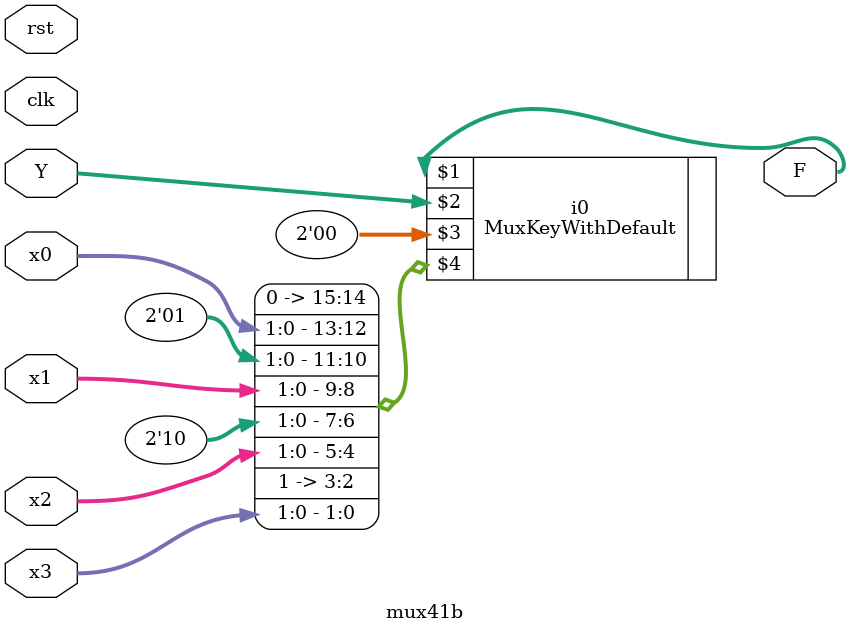
<source format=v>
module mux41b(
        input [1:0] x0,
        input [1:0] x1,
        input [1:0] x2,
        input [1:0] x3,
        input [1:0] Y,
	input clk,
	input rst,
        output [1:0] F
);
MuxKeyWithDefault #(4, 2, 2) i0 (F, Y, 2'b00, {
        2'b00, x0[1:0],
        2'b01, x1[1:0],
        2'b10, x2[1:0],
        2'b11, x3[1:0]
});
endmodule




</source>
